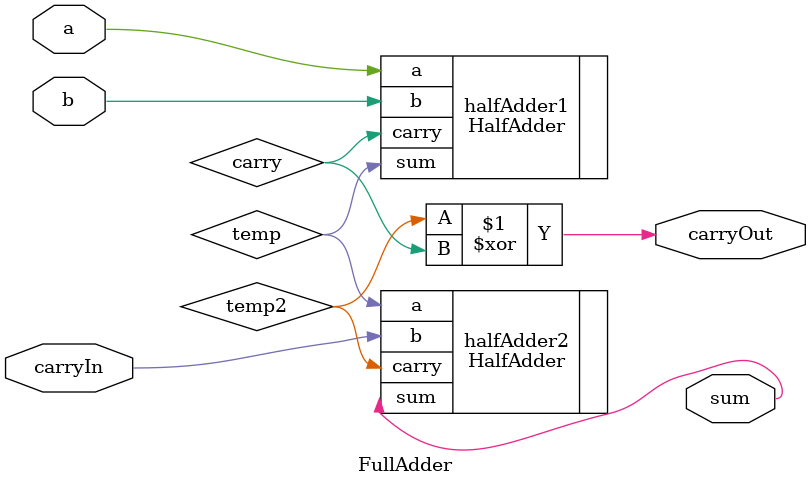
<source format=v>
`timescale 1ns / 1ps

module FullAdder(
    input a,
    input b,
    input carryIn,
    output sum,
    output carryOut
    );
    wire carry;
    wire temp1;
    wire temp2;
    
    HalfAdder halfAdder1 ( .a(a), .b(b), .sum(temp), .carry(carry));
    HalfAdder halfAdder2 ( .a(temp), .b(carryIn), .sum(sum), .carry(temp2));
    
    assign carryOut = temp2 ^ carry;
    
endmodule

</source>
